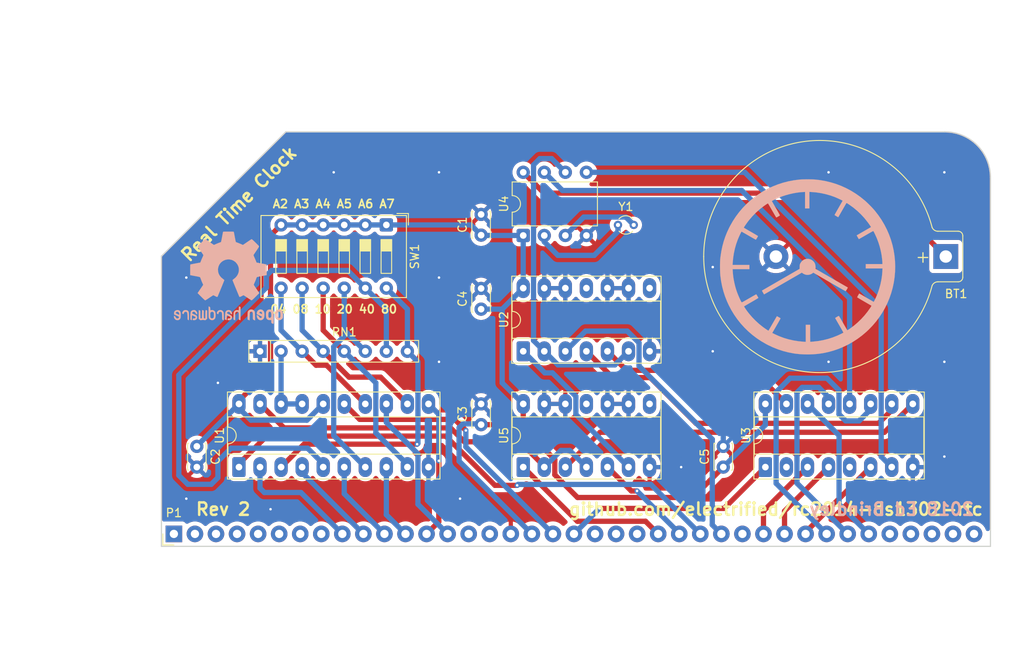
<source format=kicad_pcb>
(kicad_pcb (version 20241229) (generator "pcbnew") (generator_version "9.0")
  (title_block (title "RC2014 DS1302 RTC") (date "2022-10-18") (rev "2"))
  (layers (0 "F.Cu" signal) (2 "B.Cu" signal) (13 "F.Paste" user) (15 "B.Paste" user) (5 "F.SilkS" user "F.Silkscreen") (7 "B.SilkS" user "B.Silkscreen") (1 "F.Mask" user) (3 "B.Mask" user) (25 "Edge.Cuts" user))
  (net 0 "")
  (net 1 "VCC")
  (net 2 "GND")
  (net 3 "/D0")
  (net 4 "/D2")
  (net 5 "/D3")
  (net 6 "/D4")
  (net 7 "/D5")
  (net 8 "/D6")
  (net 9 "/D7")
  (net 10 "/A4")
  (net 11 "/A3")
  (net 12 "/A2")
  (net 13 "/A5")
  (net 14 "/A6")
  (net 15 "/A7")
  (net 16 "/RTC_IO")
  (net 17 "/RTC_WE")
  (net 18 "/RTC_IN")
  (net 19 "/RTC_CLK")
  (net 20 "/RTC_CE")
  (net 21 "/{slash}M1")
  (net 22 "/{slash}RESET")
  (net 23 "/{slash}WR")
  (net 24 "/{slash}RD")
  (net 25 "/{slash}IORQ")
  (net 26 "/{slash}CS_RTC")
  (net 27 "/{slash}RTC_RD")
  (net 30 "/{slash}RTC_WR")
  (net 33 "Net-(BT1-+)")
  (net 53 "Net-(RN1-R4)")
  (net 54 "Net-(RN1-R7)")
  (net 55 "Net-(RN1-R3)")
  (net 56 "Net-(RN1-R5)")
  (net 57 "Net-(RN1-R2)")
  (net 58 "Net-(RN1-R1)")
  (net 59 "Net-(RN1-R6)")
  (net 62 "Net-(U4-X2)")
  (net 63 "Net-(U4-X1)")
  (footprint "rc2014:Pin_Header_Straight_1x39_Pitch2.54mm_NoSilk" (layer "F.Cu") (at 62 163 90)
    (property "Reference" "P1" (at 2.54 0 180) (layer "F.SilkS"))
    (property "Value" "RC2014 BUS")
    (pad "1" thru_hole rect (at 0 0 90) (size 2 2) (drill 1) (layers "*.Cu" "*.Mask"))
    (pad "2" thru_hole oval (at 0 2.54 90) (size 2 2) (drill 1) (layers "*.Cu" "*.Mask"))
    (pad "3" thru_hole oval (at 0 5.08 90) (size 2 2) (drill 1) (layers "*.Cu" "*.Mask"))
    (pad "4" thru_hole oval (at 0 7.62 90) (size 2 2) (drill 1) (layers "*.Cu" "*.Mask"))
    (pad "5" thru_hole oval (at 0 10.16 90) (size 2 2) (drill 1) (layers "*.Cu" "*.Mask"))
    (pad "6" thru_hole oval (at 0 12.7 90) (size 2 2) (drill 1) (layers "*.Cu" "*.Mask"))
    (pad "7" thru_hole oval (at 0 15.24 90) (size 2 2) (drill 1) (layers "*.Cu" "*.Mask"))
    (pad "8" thru_hole oval (at 0 17.78 90) (size 2 2) (drill 1) (layers "*.Cu" "*.Mask"))
    (pad "9" thru_hole oval (at 0 20.32 90) (size 2 2) (drill 1) (layers "*.Cu" "*.Mask") (net 15 "/A7"))
    (pad "10" thru_hole oval (at 0 22.86 90) (size 2 2) (drill 1) (layers "*.Cu" "*.Mask") (net 14 "/A6"))
    (pad "11" thru_hole oval (at 0 25.4 90) (size 2 2) (drill 1) (layers "*.Cu" "*.Mask") (net 13 "/A5"))
    (pad "12" thru_hole oval (at 0 27.94 90) (size 2 2) (drill 1) (layers "*.Cu" "*.Mask") (net 10 "/A4"))
    (pad "13" thru_hole oval (at 0 30.48 90) (size 2 2) (drill 1) (layers "*.Cu" "*.Mask") (net 11 "/A3"))
    (pad "14" thru_hole oval (at 0 33.02 90) (size 2 2) (drill 1) (layers "*.Cu" "*.Mask") (net 12 "/A2"))
    (pad "15" thru_hole oval (at 0 35.56 90) (size 2 2) (drill 1) (layers "*.Cu" "*.Mask"))
    (pad "16" thru_hole oval (at 0 38.1 90) (size 2 2) (drill 1) (layers "*.Cu" "*.Mask"))
    (pad "17" thru_hole oval (at 0 40.64 90) (size 2 2) (drill 1) (layers "*.Cu" "*.Mask") (net 2 "GND"))
    (pad "18" thru_hole oval (at 0 43.18 90) (size 2 2) (drill 1) (layers "*.Cu" "*.Mask") (net 1 "VCC"))
    (pad "19" thru_hole oval (at 0 45.72 90) (size 2 2) (drill 1) (layers "*.Cu" "*.Mask") (net 21 "/{slash}M1"))
    (pad "20" thru_hole oval (at 0 48.26 90) (size 2 2) (drill 1) (layers "*.Cu" "*.Mask") (net 22 "/{slash}RESET"))
    (pad "21" thru_hole oval (at 0 50.8 90) (size 2 2) (drill 1) (layers "*.Cu" "*.Mask"))
    (pad "22" thru_hole oval (at 0 53.34 90) (size 2 2) (drill 1) (layers "*.Cu" "*.Mask"))
    (pad "23" thru_hole oval (at 0 55.88 90) (size 2 2) (drill 1) (layers "*.Cu" "*.Mask"))
    (pad "24" thru_hole oval (at 0 58.42 90) (size 2 2) (drill 1) (layers "*.Cu" "*.Mask") (net 23 "/{slash}WR"))
    (pad "25" thru_hole oval (at 0 60.96 90) (size 2 2) (drill 1) (layers "*.Cu" "*.Mask") (net 24 "/{slash}RD"))
    (pad "26" thru_hole oval (at 0 63.5 90) (size 2 2) (drill 1) (layers "*.Cu" "*.Mask") (net 25 "/{slash}IORQ"))
    (pad "27" thru_hole oval (at 0 66.04 90) (size 2 2) (drill 1) (layers "*.Cu" "*.Mask") (net 3 "/D0"))
    (pad "28" thru_hole oval (at 0 68.58 90) (size 2 2) (drill 1) (layers "*.Cu" "*.Mask"))
    (pad "29" thru_hole oval (at 0 71.12 90) (size 2 2) (drill 1) (layers "*.Cu" "*.Mask") (net 4 "/D2"))
    (pad "30" thru_hole oval (at 0 73.66 90) (size 2 2) (drill 1) (layers "*.Cu" "*.Mask") (net 5 "/D3"))
    (pad "31" thru_hole oval (at 0 76.2 90) (size 2 2) (drill 1) (layers "*.Cu" "*.Mask") (net 6 "/D4"))
    (pad "32" thru_hole oval (at 0 78.74 90) (size 2 2) (drill 1) (layers "*.Cu" "*.Mask") (net 7 "/D5"))
    (pad "33" thru_hole oval (at 0 81.28 90) (size 2 2) (drill 1) (layers "*.Cu" "*.Mask") (net 8 "/D6"))
    (pad "34" thru_hole oval (at 0 83.82 90) (size 2 2) (drill 1) (layers "*.Cu" "*.Mask") (net 9 "/D7"))
    (pad "35" thru_hole oval (at 0 86.36 90) (size 2 2) (drill 1) (layers "*.Cu" "*.Mask"))
    (pad "36" thru_hole oval (at 0 88.9 90) (size 2 2) (drill 1) (layers "*.Cu" "*.Mask"))
    (pad "37" thru_hole oval (at 0 91.44 90) (size 2 2) (drill 1) (layers "*.Cu" "*.Mask"))
    (pad "38" thru_hole oval (at 0 93.98 90) (size 2 2) (drill 1) (layers "*.Cu" "*.Mask"))
    (pad "39" thru_hole oval (at 0 96.52 90) (size 2 2) (drill 1) (layers "*.Cu" "*.Mask"))
  )
  (footprint "Button_Switch_THT:SW_DIP_SPSTx06_Slide_9.78x17.42mm_W7.62mm_P2.54mm" (layer "F.Cu") (at 87.63 125.73 -90)
    (property "Reference" "SW1" (at 3.81 -3.42 270) (layer "F.SilkS"))
    (property "Value" "SW_DIP_x06")
    (pad "1" thru_hole roundrect (at 0 0 270) (size 1.6 1.6) (drill 0.8) (layers "*.Cu" "*.Mask") (roundrect_rratio 0.15625) (net 1 "VCC"))
    (pad "2" thru_hole circle (at 0 2.54 270) (size 1.6 1.6) (drill 0.8) (layers "*.Cu" "*.Mask") (net 1 "VCC"))
    (pad "3" thru_hole circle (at 0 5.08 270) (size 1.6 1.6) (drill 0.8) (layers "*.Cu" "*.Mask") (net 1 "VCC"))
    (pad "4" thru_hole circle (at 0 7.62 270) (size 1.6 1.6) (drill 0.8) (layers "*.Cu" "*.Mask") (net 1 "VCC"))
    (pad "5" thru_hole circle (at 0 10.16 270) (size 1.6 1.6) (drill 0.8) (layers "*.Cu" "*.Mask") (net 1 "VCC"))
    (pad "6" thru_hole circle (at 0 12.7 270) (size 1.6 1.6) (drill 0.8) (layers "*.Cu" "*.Mask") (net 1 "VCC"))
    (pad "7" thru_hole circle (at 7.62 12.7 270) (size 1.6 1.6) (drill 0.8) (layers "*.Cu" "*.Mask") (net 57 "Net-(RN1-R2)"))
    (pad "8" thru_hole circle (at 7.62 10.16 270) (size 1.6 1.6) (drill 0.8) (layers "*.Cu" "*.Mask") (net 55 "Net-(RN1-R3)"))
    (pad "9" thru_hole circle (at 7.62 7.62 270) (size 1.6 1.6) (drill 0.8) (layers "*.Cu" "*.Mask") (net 53 "Net-(RN1-R4)"))
    (pad "10" thru_hole circle (at 7.62 5.08 270) (size 1.6 1.6) (drill 0.8) (layers "*.Cu" "*.Mask") (net 56 "Net-(RN1-R5)"))
    (pad "11" thru_hole circle (at 7.62 2.54 270) (size 1.6 1.6) (drill 0.8) (layers "*.Cu" "*.Mask") (net 59 "Net-(RN1-R6)"))
    (pad "12" thru_hole circle (at 7.62 0 270) (size 1.6 1.6) (drill 0.8) (layers "*.Cu" "*.Mask") (net 54 "Net-(RN1-R7)"))
  )
  (footprint "Capacitor_THT:C_Disc_D3.0mm_W2.0mm_P2.50mm" (layer "F.Cu") (at 99.06 126.96 90)
    (property "Reference" "C1" (at 1.25 -2.25 90) (layer "F.SilkS"))
    (property "Value" "0.1uF")
    (pad "1" thru_hole circle (at 0 0 90) (size 1.6 1.6) (drill 0.8) (layers "*.Cu" "*.Mask") (net 1 "VCC"))
    (pad "2" thru_hole circle (at 2.5 0 90) (size 1.6 1.6) (drill 0.8) (layers "*.Cu" "*.Mask") (net 2 "GND"))
  )
  (footprint "Capacitor_THT:C_Disc_D3.0mm_W2.0mm_P2.50mm" (layer "F.Cu") (at 64.77 152.44 -90)
    (property "Reference" "C2" (at 1.25 -2.25 270) (layer "F.SilkS"))
    (property "Value" "0.1uF")
    (pad "1" thru_hole circle (at 0 0 270) (size 1.6 1.6) (drill 0.8) (layers "*.Cu" "*.Mask") (net 1 "VCC"))
    (pad "2" thru_hole circle (at 2.5 0 270) (size 1.6 1.6) (drill 0.8) (layers "*.Cu" "*.Mask") (net 2 "GND"))
  )
  (footprint "Capacitor_THT:C_Disc_D3.0mm_W2.0mm_P2.50mm" (layer "F.Cu") (at 99.06 149.82 90)
    (property "Reference" "C3" (at 1.25 -2.25 90) (layer "F.SilkS"))
    (property "Value" "0.1uF")
    (pad "1" thru_hole circle (at 0 0 90) (size 1.6 1.6) (drill 0.8) (layers "*.Cu" "*.Mask") (net 1 "VCC"))
    (pad "2" thru_hole circle (at 2.5 0 90) (size 1.6 1.6) (drill 0.8) (layers "*.Cu" "*.Mask") (net 2 "GND"))
  )
  (footprint "Resistor_THT:R_Array_SIP8" (layer "F.Cu") (at 72.39 140.97)
    (property "Reference" "RN1" (at 10.16 -2.31 0) (layer "F.SilkS"))
    (property "Value" "10K")
    (pad "1" thru_hole rect (at 0 0) (size 1.6 1.6) (drill 0.8) (layers "*.Cu" "*.Mask") (net 2 "GND"))
    (pad "2" thru_hole circle (at 2.54 0) (size 1.6 1.6) (drill 0.8) (layers "*.Cu" "*.Mask") (net 58 "Net-(RN1-R1)"))
    (pad "3" thru_hole circle (at 5.08 0) (size 1.6 1.6) (drill 0.8) (layers "*.Cu" "*.Mask") (net 57 "Net-(RN1-R2)"))
    (pad "4" thru_hole circle (at 7.62 0) (size 1.6 1.6) (drill 0.8) (layers "*.Cu" "*.Mask") (net 55 "Net-(RN1-R3)"))
    (pad "5" thru_hole circle (at 10.16 0) (size 1.6 1.6) (drill 0.8) (layers "*.Cu" "*.Mask") (net 53 "Net-(RN1-R4)"))
    (pad "6" thru_hole circle (at 12.7 0) (size 1.6 1.6) (drill 0.8) (layers "*.Cu" "*.Mask") (net 56 "Net-(RN1-R5)"))
    (pad "7" thru_hole circle (at 15.24 0) (size 1.6 1.6) (drill 0.8) (layers "*.Cu" "*.Mask") (net 59 "Net-(RN1-R6)"))
    (pad "8" thru_hole circle (at 17.78 0) (size 1.6 1.6) (drill 0.8) (layers "*.Cu" "*.Mask") (net 54 "Net-(RN1-R7)"))
  )
  (footprint "Package_DIP:DIP-20_W7.62mm_Socket_LongPads" (layer "F.Cu") (at 69.85 154.94 90)
    (property "Reference" "U1" (at 3.81 -2.33 90) (layer "F.SilkS"))
    (property "Value" "74HCT688")
    (pad "1" thru_hole roundrect (at 0 0 90) (size 2.4 1.6) (drill 0.8) (layers "*.Cu" "*.Mask") (roundrect_rratio 0.15625) (net 25 "/{slash}IORQ"))
    (pad "2" thru_hole oval (at 0 2.54 90) (size 2.4 1.6) (drill 0.8) (layers "*.Cu" "*.Mask") (net 15 "/A7"))
    (pad "3" thru_hole oval (at 0 5.08 90) (size 2.4 1.6) (drill 0.8) (layers "*.Cu" "*.Mask") (net 54 "Net-(RN1-R7)"))
    (pad "4" thru_hole oval (at 0 7.62 90) (size 2.4 1.6) (drill 0.8) (layers "*.Cu" "*.Mask") (net 14 "/A6"))
    (pad "5" thru_hole oval (at 0 10.16 90) (size 2.4 1.6) (drill 0.8) (layers "*.Cu" "*.Mask") (net 59 "Net-(RN1-R6)"))
    (pad "6" thru_hole oval (at 0 12.7 90) (size 2.4 1.6) (drill 0.8) (layers "*.Cu" "*.Mask") (net 13 "/A5"))
    (pad "7" thru_hole oval (at 0 15.24 90) (size 2.4 1.6) (drill 0.8) (layers "*.Cu" "*.Mask") (net 56 "Net-(RN1-R5)"))
    (pad "8" thru_hole oval (at 0 17.78 90) (size 2.4 1.6) (drill 0.8) (layers "*.Cu" "*.Mask") (net 10 "/A4"))
    (pad "9" thru_hole oval (at 0 20.32 90) (size 2.4 1.6) (drill 0.8) (layers "*.Cu" "*.Mask") (net 53 "Net-(RN1-R4)"))
    (pad "10" thru_hole oval (at 0 22.86 90) (size 2.4 1.6) (drill 0.8) (layers "*.Cu" "*.Mask") (net 2 "GND"))
    (pad "11" thru_hole oval (at 7.62 22.86 90) (size 2.4 1.6) (drill 0.8) (layers "*.Cu" "*.Mask") (net 11 "/A3"))
    (pad "12" thru_hole oval (at 7.62 20.32 90) (size 2.4 1.6) (drill 0.8) (layers "*.Cu" "*.Mask") (net 55 "Net-(RN1-R3)"))
    (pad "13" thru_hole oval (at 7.62 17.78 90) (size 2.4 1.6) (drill 0.8) (layers "*.Cu" "*.Mask") (net 12 "/A2"))
    (pad "14" thru_hole oval (at 7.62 15.24 90) (size 2.4 1.6) (drill 0.8) (layers "*.Cu" "*.Mask") (net 57 "Net-(RN1-R2)"))
    (pad "15" thru_hole oval (at 7.62 12.7 90) (size 2.4 1.6) (drill 0.8) (layers "*.Cu" "*.Mask") (net 21 "/{slash}M1"))
    (pad "16" thru_hole oval (at 7.62 10.16 90) (size 2.4 1.6) (drill 0.8) (layers "*.Cu" "*.Mask") (net 1 "VCC"))
    (pad "17" thru_hole oval (at 7.62 7.62 90) (size 2.4 1.6) (drill 0.8) (layers "*.Cu" "*.Mask") (net 58 "Net-(RN1-R1)"))
    (pad "18" thru_hole oval (at 7.62 5.08 90) (size 2.4 1.6) (drill 0.8) (layers "*.Cu" "*.Mask") (net 58 "Net-(RN1-R1)"))
    (pad "19" thru_hole oval (at 7.62 2.54 90) (size 2.4 1.6) (drill 0.8) (layers "*.Cu" "*.Mask") (net 26 "/{slash}CS_RTC"))
    (pad "20" thru_hole oval (at 7.62 0 90) (size 2.4 1.6) (drill 0.8) (layers "*.Cu" "*.Mask") (net 1 "VCC"))
  )
  (footprint "Capacitor_THT:C_Disc_D3.0mm_W2.0mm_P2.50mm" (layer "F.Cu") (at 99.06 135.89 90)
    (property "Reference" "C4" (at 1.25 -2.25 90) (layer "F.SilkS"))
    (property "Value" "0.1uF")
    (pad "1" thru_hole circle (at 0 0 90) (size 1.6 1.6) (drill 0.8) (layers "*.Cu" "*.Mask") (net 1 "VCC"))
    (pad "2" thru_hole circle (at 2.5 0 90) (size 1.6 1.6) (drill 0.8) (layers "*.Cu" "*.Mask") (net 2 "GND"))
  )
  (footprint "Capacitor_THT:C_Disc_D3.0mm_W2.0mm_P2.50mm" (layer "F.Cu") (at 128.27 154.94 90)
    (property "Reference" "C5" (at 1.25 -2.25 90) (layer "F.SilkS"))
    (property "Value" "0.1uF")
    (pad "1" thru_hole circle (at 0 0 90) (size 1.6 1.6) (drill 0.8) (layers "*.Cu" "*.Mask") (net 1 "VCC"))
    (pad "2" thru_hole circle (at 2.5 0 90) (size 1.6 1.6) (drill 0.8) (layers "*.Cu" "*.Mask") (net 2 "GND"))
  )
  (footprint "Crystal:Crystal_Round_D2.0mm_Vertical" (layer "F.Cu") (at 115.57 125.73)
    (property "Reference" "Y1" (at 0.95 -2.2 0) (layer "F.SilkS"))
    (property "Value" "Crystal")
    (pad "1" thru_hole circle (at 0 0) (size 1 1) (drill 0.5) (layers "*.Cu" "*.Mask") (net 63 "Net-(U4-X1)"))
    (pad "2" thru_hole circle (at 1.9 0) (size 1 1) (drill 0.5) (layers "*.Cu" "*.Mask") (net 62 "Net-(U4-X2)"))
  )
  (footprint "Package_DIP:DIP-14_W7.62mm_Socket_LongPads" (layer "F.Cu") (at 104.14 140.97 90)
    (property "Reference" "U2" (at 3.81 -2.33 90) (layer "F.SilkS"))
    (property "Value" "74HCT125")
    (pad "1" thru_hole roundrect (at 0 0 90) (size 2.4 1.6) (drill 0.8) (layers "*.Cu" "*.Mask") (roundrect_rratio 0.15625) (net 27 "/{slash}RTC_RD"))
    (pad "2" thru_hole oval (at 0 2.54 90) (size 2.4 1.6) (drill 0.8) (layers "*.Cu" "*.Mask") (net 16 "/RTC_IO"))
    (pad "3" thru_hole oval (at 0 5.08 90) (size 2.4 1.6) (drill 0.8) (layers "*.Cu" "*.Mask") (net 3 "/D0"))
    (pad "4" thru_hole oval (at 0 7.62 90) (size 2.4 1.6) (drill 0.8) (layers "*.Cu" "*.Mask") (net 17 "/RTC_WE"))
    (pad "5" thru_hole oval (at 0 10.16 90) (size 2.4 1.6) (drill 0.8) (layers "*.Cu" "*.Mask") (net 18 "/RTC_IN"))
    (pad "6" thru_hole oval (at 0 12.7 90) (size 2.4 1.6) (drill 0.8) (layers "*.Cu" "*.Mask") (net 16 "/RTC_IO"))
    (pad "7" thru_hole oval (at 0 15.24 90) (size 2.4 1.6) (drill 0.8) (layers "*.Cu" "*.Mask") (net 2 "GND"))
    (pad "8" thru_hole oval (at 7.62 15.24 90) (size 2.4 1.6) (drill 0.8) (layers "*.Cu" "*.Mask"))
    (pad "9" thru_hole oval (at 7.62 12.7 90) (size 2.4 1.6) (drill 0.8) (layers "*.Cu" "*.Mask") (net 2 "GND"))
    (pad "10" thru_hole oval (at 7.62 10.16 90) (size 2.4 1.6) (drill 0.8) (layers "*.Cu" "*.Mask") (net 2 "GND"))
    (pad "11" thru_hole oval (at 7.62 7.62 90) (size 2.4 1.6) (drill 0.8) (layers "*.Cu" "*.Mask"))
    (pad "12" thru_hole oval (at 7.62 5.08 90) (size 2.4 1.6) (drill 0.8) (layers "*.Cu" "*.Mask") (net 2 "GND"))
    (pad "13" thru_hole oval (at 7.62 2.54 90) (size 2.4 1.6) (drill 0.8) (layers "*.Cu" "*.Mask") (net 2 "GND"))
    (pad "14" thru_hole oval (at 7.62 0 90) (size 2.4 1.6) (drill 0.8) (layers "*.Cu" "*.Mask") (net 1 "VCC"))
  )
  (footprint "Package_DIP:DIP-16_W7.62mm_Socket_LongPads" (layer "F.Cu") (at 133.35 154.94 90)
    (property "Reference" "U3" (at 3.81 -2.33 90) (layer "F.SilkS"))
    (property "Value" "74HCT174")
    (pad "1" thru_hole roundrect (at 0 0 90) (size 2.4 1.6) (drill 0.8) (layers "*.Cu" "*.Mask") (roundrect_rratio 0.15625) (net 22 "/{slash}RESET"))
    (pad "2" thru_hole oval (at 0 2.54 90) (size 2.4 1.6) (drill 0.8) (layers "*.Cu" "*.Mask"))
    (pad "3" thru_hole oval (at 0 5.08 90) (size 2.4 1.6) (drill 0.8) (layers "*.Cu" "*.Mask") (net 4 "/D2"))
    (pad "4" thru_hole oval (at 0 7.62 90) (size 2.4 1.6) (drill 0.8) (layers "*.Cu" "*.Mask") (net 5 "/D3"))
    (pad "5" thru_hole oval (at 0 10.16 90) (size 2.4 1.6) (drill 0.8) (layers "*.Cu" "*.Mask"))
    (pad "6" thru_hole oval (at 0 12.7 90) (size 2.4 1.6) (drill 0.8) (layers "*.Cu" "*.Mask") (net 6 "/D4"))
    (pad "7" thru_hole oval (at 0 15.24 90) (size 2.4 1.6) (drill 0.8) (layers "*.Cu" "*.Mask") (net 20 "/RTC_CE"))
    (pad "8" thru_hole oval (at 0 17.78 90) (size 2.4 1.6) (drill 0.8) (layers "*.Cu" "*.Mask") (net 2 "GND"))
    (pad "9" thru_hole oval (at 7.62 17.78 90) (size 2.4 1.6) (drill 0.8) (layers "*.Cu" "*.Mask") (net 30 "/{slash}RTC_WR"))
    (pad "10" thru_hole oval (at 7.62 15.24 90) (size 2.4 1.6) (drill 0.8) (layers "*.Cu" "*.Mask") (net 17 "/RTC_WE"))
    (pad "11" thru_hole oval (at 7.62 12.7 90) (size 2.4 1.6) (drill 0.8) (layers "*.Cu" "*.Mask") (net 7 "/D5"))
    (pad "12" thru_hole oval (at 7.62 10.16 90) (size 2.4 1.6) (drill 0.8) (layers "*.Cu" "*.Mask") (net 19 "/RTC_CLK"))
    (pad "13" thru_hole oval (at 7.62 7.62 90) (size 2.4 1.6) (drill 0.8) (layers "*.Cu" "*.Mask") (net 8 "/D6"))
    (pad "14" thru_hole oval (at 7.62 5.08 90) (size 2.4 1.6) (drill 0.8) (layers "*.Cu" "*.Mask") (net 9 "/D7"))
    (pad "15" thru_hole oval (at 7.62 2.54 90) (size 2.4 1.6) (drill 0.8) (layers "*.Cu" "*.Mask") (net 18 "/RTC_IN"))
    (pad "16" thru_hole oval (at 7.62 0 90) (size 2.4 1.6) (drill 0.8) (layers "*.Cu" "*.Mask") (net 1 "VCC"))
  )
  (footprint "Package_DIP:DIP-8_W7.62mm" (layer "F.Cu") (at 104.14 127 90)
    (property "Reference" "U4" (at 3.81 -2.33 90) (layer "F.SilkS"))
    (property "Value" "DS1302+")
    (pad "1" thru_hole roundrect (at 0 0 90) (size 1.6 1.6) (drill 0.8) (layers "*.Cu" "*.Mask") (roundrect_rratio 0.15625) (net 1 "VCC"))
    (pad "2" thru_hole circle (at 0 2.54 90) (size 1.6 1.6) (drill 0.8) (layers "*.Cu" "*.Mask") (net 63 "Net-(U4-X1)"))
    (pad "3" thru_hole circle (at 0 5.08 90) (size 1.6 1.6) (drill 0.8) (layers "*.Cu" "*.Mask") (net 62 "Net-(U4-X2)"))
    (pad "4" thru_hole circle (at 0 7.62 90) (size 1.6 1.6) (drill 0.8) (layers "*.Cu" "*.Mask") (net 2 "GND"))
    (pad "5" thru_hole circle (at 7.62 7.62 90) (size 1.6 1.6) (drill 0.8) (layers "*.Cu" "*.Mask") (net 20 "/RTC_CE"))
    (pad "6" thru_hole circle (at 7.62 5.08 90) (size 1.6 1.6) (drill 0.8) (layers "*.Cu" "*.Mask") (net 16 "/RTC_IO"))
    (pad "7" thru_hole circle (at 7.62 2.54 90) (size 1.6 1.6) (drill 0.8) (layers "*.Cu" "*.Mask") (net 19 "/RTC_CLK"))
    (pad "8" thru_hole circle (at 7.62 0 90) (size 1.6 1.6) (drill 0.8) (layers "*.Cu" "*.Mask") (net 33 "Net-(BT1-+)"))
  )
  (footprint "Package_DIP:DIP-14_W7.62mm_Socket_LongPads" (layer "F.Cu") (at 104.14 154.94 90)
    (property "Reference" "U5" (at 3.81 -2.33 90) (layer "F.SilkS"))
    (property "Value" "74HCT32")
    (pad "1" thru_hole roundrect (at 0 0 90) (size 2.4 1.6) (drill 0.8) (layers "*.Cu" "*.Mask") (roundrect_rratio 0.15625) (net 23 "/{slash}WR"))
    (pad "2" thru_hole oval (at 0 2.54 90) (size 2.4 1.6) (drill 0.8) (layers "*.Cu" "*.Mask") (net 26 "/{slash}CS_RTC"))
    (pad "3" thru_hole oval (at 0 5.08 90) (size 2.4 1.6) (drill 0.8) (layers "*.Cu" "*.Mask") (net 30 "/{slash}RTC_WR"))
    (pad "4" thru_hole oval (at 0 7.62 90) (size 2.4 1.6) (drill 0.8) (layers "*.Cu" "*.Mask") (net 26 "/{slash}CS_RTC"))
    (pad "5" thru_hole oval (at 0 10.16 90) (size 2.4 1.6) (drill 0.8) (layers "*.Cu" "*.Mask") (net 24 "/{slash}RD"))
    (pad "6" thru_hole oval (at 0 12.7 90) (size 2.4 1.6) (drill 0.8) (layers "*.Cu" "*.Mask") (net 27 "/{slash}RTC_RD"))
    (pad "7" thru_hole oval (at 0 15.24 90) (size 2.4 1.6) (drill 0.8) (layers "*.Cu" "*.Mask") (net 2 "GND"))
    (pad "8" thru_hole oval (at 7.62 15.24 90) (size 2.4 1.6) (drill 0.8) (layers "*.Cu" "*.Mask"))
    (pad "9" thru_hole oval (at 7.62 12.7 90) (size 2.4 1.6) (drill 0.8) (layers "*.Cu" "*.Mask") (net 2 "GND"))
    (pad "10" thru_hole oval (at 7.62 10.16 90) (size 2.4 1.6) (drill 0.8) (layers "*.Cu" "*.Mask") (net 2 "GND"))
    (pad "11" thru_hole oval (at 7.62 7.62 90) (size 2.4 1.6) (drill 0.8) (layers "*.Cu" "*.Mask"))
    (pad "12" thru_hole oval (at 7.62 5.08 90) (size 2.4 1.6) (drill 0.8) (layers "*.Cu" "*.Mask") (net 2 "GND"))
    (pad "13" thru_hole oval (at 7.62 2.54 90) (size 2.4 1.6) (drill 0.8) (layers "*.Cu" "*.Mask") (net 2 "GND"))
    (pad "14" thru_hole oval (at 7.62 0 90) (size 2.4 1.6) (drill 0.8) (layers "*.Cu" "*.Mask") (net 1 "VCC"))
  )
  (footprint "Battery:BatteryHolder_Keystone_106_1x20mm" (layer "F.Cu") (at 155.11 129.54 180)
    (property "Reference" "BT1" (at -1.25 -4.5 180) (layer "F.SilkS"))
    (property "Value" "Battery_Cell")
    (fp_text user "+" (at 2.75 0 180) (layer "F.SilkS") (effects (font (size 1.5 1.5))))
    (pad "1" thru_hole rect (at 0 0 180) (size 3 3) (drill 1.5) (layers "*.Cu" "*.Mask") (net 33 "Net-(BT1-+)"))
    (pad "2" thru_hole circle (at 20.49 0 180) (size 3 3) (drill 1.5) (layers "*.Cu" "*.Mask") (net 2 "GND"))
  )
  (footprint "rc2014:Via-0.6mm" (layer "F.Cu") (at 73.66 160.02)
    (property "Reference" "REF**" (hide yes))
    (property "Value" "Via-0.6" (hide yes))
    (pad "1" thru_hole circle (at 0 0) (size 0.6 0.6) (drill 0.3) (layers "*.Cu") (net 2 "GND"))
  )
  (footprint "rc2014:Via-0.6mm" (layer "F.Cu") (at 63.5 158.75)
    (property "Reference" "REF**" (hide yes))
    (property "Value" "Via-0.6" (hide yes))
    (pad "1" thru_hole circle (at 0 0) (size 0.6 0.6) (drill 0.3) (layers "*.Cu") (net 2 "GND"))
  )
  (footprint "rc2014:Via-0.6mm" (layer "F.Cu") (at 93.98 119.38)
    (property "Reference" "REF**" (hide yes))
    (property "Value" "Via-0.6" (hide yes))
    (pad "1" thru_hole circle (at 0 0) (size 0.6 0.6) (drill 0.3) (layers "*.Cu") (net 2 "GND"))
  )
  (footprint "rc2014:Via-0.6mm" (layer "F.Cu") (at 154.94 153.67)
    (property "Reference" "REF**" (hide yes))
    (property "Value" "Via-0.6" (hide yes))
    (pad "1" thru_hole circle (at 0 0) (size 0.6 0.6) (drill 0.3) (layers "*.Cu") (net 2 "GND"))
  )
  (footprint "rc2014:Via-0.6mm" (layer "F.Cu") (at 154.94 142.24)
    (property "Reference" "REF**" (hide yes))
    (property "Value" "Via-0.6" (hide yes))
    (pad "1" thru_hole circle (at 0 0) (size 0.6 0.6) (drill 0.3) (layers "*.Cu") (net 2 "GND"))
  )
  (footprint "rc2014:Via-0.6mm" (layer "F.Cu") (at 154.94 119.38)
    (property "Reference" "REF**" (hide yes))
    (property "Value" "Via-0.6" (hide yes))
    (pad "1" thru_hole circle (at 0 0) (size 0.6 0.6) (drill 0.3) (layers "*.Cu") (net 2 "GND"))
  )
  (footprint "rc2014:Via-0.6mm" (layer "F.Cu") (at 123.19 154.94)
    (property "Reference" "REF**" (hide yes))
    (property "Value" "Via-0.6" (hide yes))
    (pad "1" thru_hole circle (at 0 0) (size 0.6 0.6) (drill 0.3) (layers "*.Cu") (net 2 "GND"))
  )
  (footprint "rc2014:Via-0.6mm" (layer "F.Cu") (at 81.28 119.38)
    (property "Reference" "REF**" (hide yes))
    (property "Value" "Via-0.6" (hide yes))
    (pad "1" thru_hole circle (at 0 0) (size 0.6 0.6) (drill 0.3) (layers "*.Cu") (net 2 "GND"))
  )
  (footprint "rc2014:Via-0.6mm" (layer "F.Cu") (at 93.98 132.08)
    (property "Reference" "REF**" (hide yes))
    (property "Value" "Via-0.6" (hide yes))
    (pad "1" thru_hole circle (at 0 0) (size 0.6 0.6) (drill 0.3) (layers "*.Cu") (net 2 "GND"))
  )
  (footprint "rc2014:Via-0.6mm" (layer "F.Cu") (at 93.98 142.24)
    (property "Reference" "REF**" (hide yes))
    (property "Value" "Via-0.6" (hide yes))
    (pad "1" thru_hole circle (at 0 0) (size 0.6 0.6) (drill 0.3) (layers "*.Cu") (net 2 "GND"))
  )
  (footprint "rc2014:Via-0.6mm" (layer "F.Cu") (at 63.5 132.08)
    (property "Reference" "REF**" (hide yes))
    (property "Value" "Via-0.6" (hide yes))
    (pad "1" thru_hole circle (at 0 0) (size 0.6 0.6) (drill 0.3) (layers "*.Cu") (net 2 "GND"))
  )
  (footprint "rc2014:Via-0.6mm" (layer "F.Cu") (at 140.97 119.38)
    (property "Reference" "REF**" (hide yes))
    (property "Value" "Via-0.6" (hide yes))
    (pad "1" thru_hole circle (at 0 0) (size 0.6 0.6) (drill 0.3) (layers "*.Cu") (net 2 "GND"))
  )
  (footprint "rc2014:Via-0.6mm" (layer "F.Cu") (at 140.97 142.24)
    (property "Reference" "REF**" (hide yes))
    (property "Value" "Via-0.6" (hide yes))
    (pad "1" thru_hole circle (at 0 0) (size 0.6 0.6) (drill 0.3) (layers "*.Cu") (net 2 "GND"))
  )
  (footprint "rc2014:Via-0.6mm" (layer "F.Cu") (at 127 140.97)
    (property "Reference" "REF**" (hide yes))
    (property "Value" "Via-0.6" (hide yes))
    (pad "1" thru_hole circle (at 0 0) (size 0.6 0.6) (drill 0.3) (layers "*.Cu") (net 2 "GND"))
  )
  (footprint "rc2014:Via-0.6mm" (layer "F.Cu") (at 127 130.81)
    (property "Reference" "REF**" (hide yes))
    (property "Value" "Via-0.6" (hide yes))
    (pad "1" thru_hole circle (at 0 0) (size 0.6 0.6) (drill 0.3) (layers "*.Cu") (net 2 "GND"))
  )
  (footprint "rc2014:Via-0.6mm" (layer "F.Cu") (at 67.31 144.78)
    (property "Reference" "REF**" (hide yes))
    (property "Value" "Via-0.6" (hide yes))
    (pad "1" thru_hole circle (at 0 0) (size 0.6 0.6) (drill 0.3) (layers "*.Cu") (net 2 "GND"))
  )
  (footprint "rc2014:Via-0.6mm" (layer "F.Cu") (at 96.52 158.75)
    (property "Reference" "REF**" (hide yes))
    (property "Value" "Via-0.6" (hide yes))
    (pad "1" thru_hole circle (at 0 0) (size 0.6 0.6) (drill 0.3) (layers "*.Cu") (net 2 "GND"))
  )
  (footprint "Symbols:OSHW-Logo2_14.6x12mm_SilkScreen" (layer "B.Cu") (at 68.58 132.08 180)
    (property "Reference" "REF***" (hide yes))
    (property "Value" "OSHW-Logo2_14.6x12mm_SilkScreen" (hide yes))
  )
  (footprint "rc2014:clock" (layer "B.Cu") (at 138.43 130.81)
    (property "Reference" "G***" (hide yes))
    (property "Value" "LOGO" (hide yes))
  )
  (gr_arc (start 155 114.5) (mid 158.889087 116.110913) (end 160.5 120) (stroke (width 0.15)) (layer "Edge.Cuts"))
  (gr_line (start 160.5 164.5) (end 160.5 120) (stroke (width 0.15)) (layer "Edge.Cuts"))
  (gr_line (start 60.5 129.5) (end 60.5 164.5) (stroke (width 0.15)) (layer "Edge.Cuts"))
  (gr_line (start 60.5 129.5) (end 75.5 114.5) (stroke (width 0.15)) (layer "Edge.Cuts"))
  (gr_line (start 155 114.5) (end 75.5 114.5) (stroke (width 0.15)) (layer "Edge.Cuts"))
  (gr_line (start 60.5 164.5) (end 160.5 164.5) (stroke (width 0.15)) (layer "Edge.Cuts"))
  (gr_text "04 08 10 20 40 80" (at 81.28 135.89 0) (layer "F.SilkS") (effects (font (size 1 1) (thickness 0.2))))
  (gr_text "Rev 2" (at 67.945 160.02 0) (layer "F.SilkS") (effects (font (size 1.5 1.5) (thickness 0.3))))
  (gr_text "A2 A3 A4 A5 A6 A7" (at 81.28 123.19 0) (layer "F.SilkS") (effects (font (size 1 1) (thickness 0.2))))
  (gr_text "github.com/electrified/rc2014-ds1302-rtc" (at 134.62 160.02 0) (layer "F.SilkS") (effects (font (size 1.5 1.5) (thickness 0.3))))
  (gr_text "Real Time Clock" (at 69.85 123.19 45) (layer "F.SilkS") (effects (font (size 1.5 1.5) (thickness 0.3))))
  (gr_text "2018 Ed Brindley" (at 148.59 160.02 0) (layer "B.SilkS") (effects (font (size 1.5 1.5) (thickness 0.3)) (justify mirror)))
  (segment (start 107.95 154.0348) (end 107.95 155.8677) (width 0.635) (layer "F.Cu") (net 1))
  (segment (start 74.93 125.73) (end 73.66 127) (width 0.635) (layer "F.Cu") (net 1))
  (segment (start 110.688 158.6057) (end 124.6043 158.6057) (width 0.635) (layer "F.Cu") (net 1))
  (segment (start 73.66 143.11) (end 69.85 146.92) (width 0.635) (layer "F.Cu") (net 1))
  (segment (start 107.95 155.8677) (end 110.688 158.6057) (width 0.635) (layer "F.Cu") (net 1))
  (segment (start 104.14 147.32) (end 104.14 149.4152) (width 0.635) (layer "F.Cu") (net 1))
  (segment (start 124.6043 158.6057) (end 128.27 154.94) (width 0.635) (layer "F.Cu") (net 1))
  (segment (start 99.06 149.82) (end 103.7352 149.82) (width 0.635) (layer "F.Cu") (net 1))
  (segment (start 103.7352 149.82) (end 107.95 154.0348) (width 0.635) (layer "F.Cu") (net 1))
  (segment (start 73.66 127) (end 73.66 143.11) (width 0.635) (layer "F.Cu") (net 1))
  (segment (start 104.14 149.4152) (end 103.7352 149.82) (width 0.635) (layer "F.Cu") (net 1))
  (segment (start 80.01 147.32) (end 78.04916 149.28084) (width 0.635) (layer "B.Cu") (net 1))
  (segment (start 96.4008 154.2208) (end 105.18 163) (width 0.635) (layer "B.Cu") (net 1))
  (segment (start 104.14 127) (end 104.14 133.35) (width 0.635) (layer "B.Cu") (net 1))
  (segment (start 82.55 125.73) (end 85.09 125.73) (width 0.635) (layer "B.Cu") (net 1))
  (segment (start 69.85 147.32) (end 64.77 152.4) (width 0.635) (layer "B.Cu") (net 1))
  (segment (start 101.6 144.78) (end 101.6 135.89) (width 0.635) (layer "B.Cu") (net 1))
  (segment (start 74.93 125.73) (end 77.47 125.73) (width 0.635) (layer "B.Cu") (net 1))
  (segment (start 80.01 125.73) (end 82.55 125.73) (width 0.635) (layer "B.Cu") (net 1))
  (segment (start 101.6 135.89) (end 104.14 133.35) (width 0.635) (layer "B.Cu") (net 1))
  (segment (start 71.30097 149.28084) (end 69.85 147.82987) (width 0.635) (layer "B.Cu") (net 1))
  (segment (start 98.963 149.723) (end 96.871 149.723) (width 0.635) (layer "B.Cu") (net 1))
  (segment (start 104.14 147.32) (end 101.6 144.78) (width 0.635) (layer "B.Cu") (net 1))
  (segment (start 99.06 135.89) (end 101.6 135.89) (width 0.635) (layer "B.Cu") (net 1))
  (segment (start 77.47 125.73) (end 80.01 125.73) (width 0.635) (layer "B.Cu") (net 1))
  (segment (start 104.14 127) (end 99.1 127) (width 0.635) (layer "B.Cu") (net 1))
  (segment (start 99.06 126.96) (end 97.83 125.73) (width 0.635) (layer "B.Cu") (net 1))
  (segment (start 87.63 125.73) (end 85.09 125.73) (width 0.635) (layer "B.Cu") (net 1))
  (segment (start 78.04916 149.28084) (end 71.30097 149.28084) (width 0.635) (layer "B.Cu") (net 1))
  (segment (start 133.35 149.86) (end 133.35 147.32) (width 0.635) (layer "B.Cu") (net 1))
  (segment (start 97.83 125.73) (end 87.63 125.73) (width 0.635) (layer "B.Cu") (net 1))
  (segment (start 96.871 149.723) (end 96.4008 150.1932) (width 0.635) (layer "B.Cu") (net 1))
  (segment (start 128.27 154.94) (end 133.35 149.86) (width 0.635) (layer "B.Cu") (net 1))
  (segment (start 96.4008 150.1932) (end 96.4008 154.2208) (width 0.635) (layer "B.Cu") (net 1))
  (segment (start 128.27 135.89) (end 128.27 140.97) (width 0.635) (layer "B.Cu") (net 2))
  (segment (start 134.62 129.54) (end 128.27 135.89) (width 0.635) (layer "B.Cu") (net 2))
  (segment (start 128.27 140.97) (end 128.27 152.44) (width 0.635) (layer "B.Cu") (net 2))
  (segment (start 126.9449 161.9049) (end 128.04 163) (width 0.635) (layer "B.Cu") (net 3))
  (segment (start 109.22 140.97) (end 111.659449 138.530551) (width 0.635) (layer "B.Cu") (net 3))
  (segment (start 118.11 142.752) (end 126.9449 151.5869) (width 0.635) (layer "B.Cu") (net 3))
  (segment (start 126.9449 151.5869) (end 126.9449 161.9049) (width 0.635) (layer "B.Cu") (net 3))
  (segment (start 118.11 139.951043) (end 118.11 142.752) (width 0.635) (layer "B.Cu") (net 3))
  (segment (start 111.659449 138.530551) (end 116.689508 138.530551) (width 0.635) (layer "B.Cu") (net 3))
  (segment (start 116.689508 138.530551) (end 118.11 139.951043) (width 0.635) (layer "B.Cu") (net 3))
  (segment (start 133.12 160.25) (end 133.12 163) (width 0.635) (layer "F.Cu") (net 4))
  (segment (start 138.43 154.94) (end 133.12 160.25) (width 0.635) (layer "F.Cu") (net 4))
  (segment (start 140.97 154.94) (end 135.66 160.25) (width 0.635) (layer "F.Cu") (net 5))
  (segment (start 135.66 160.25) (end 135.66 163) (width 0.635) (layer "F.Cu") (net 5))
  (segment (start 146.05 154.94) (end 138.2 162.79) (width 0.635) (layer "F.Cu") (net 6))
  (segment (start 136.323645 144.218485) (end 134.6451 145.89703) (width 0.635) (layer "B.Cu") (net 7))
  (segment (start 134.6451 156.9051) (end 140.74 163) (width 0.635) (layer "B.Cu") (net 7))
  (segment (start 143.032973 149.366387) (end 142.2274 148.560814) (width 0.635) (layer "B.Cu") (net 7))
  (segment (start 146.05 147.32) (end 146.05 147.976525) (width 0.635) (layer "B.Cu") (net 7))
  (segment (start 144.660138 149.366387) (end 143.032973 149.366387) (width 0.635) (layer "B.Cu") (net 7))
  (segment (start 142.2274 145.671043) (end 140.774842 144.218485) (width 0.635) (layer "B.Cu") (net 7))
  (segment (start 140.774842 144.218485) (end 136.323645 144.218485) (width 0.635) (layer "B.Cu") (net 7))
  (segment (start 134.6451 145.89703) (end 134.6451 156.9051) (width 0.635) (layer "B.Cu") (net 7))
  (segment (start 146.05 147.976525) (end 144.660138 149.366387) (width 0.635) (layer "B.Cu") (net 7))
  (segment (start 142.2274 148.560814) (end 142.2274 145.671043) (width 0.635) (layer "B.Cu") (net 7))
  (segment (start 137.783769 145.327508) (end 137.16 145.951277) (width 0.635) (layer "B.Cu") (net 8))
  (segment (start 137.16 145.951277) (end 137.16 156.88) (width 0.635) (layer "B.Cu") (net 8))
  (segment (start 137.16 156.88) (end 143.28 163) (width 0.635) (layer "B.Cu") (net 8))
  (segment (start 140.97 147.32) (end 140.97 146.507683) (width 0.635) (layer "B.Cu") (net 8))
  (segment (start 140.97 146.507683) (end 139.789825 145.327508) (width 0.635) (layer "B.Cu") (net 8))
  (segment (start 139.789825 145.327508) (end 137.783769 145.327508) (width 0.635) (layer "B.Cu") (net 8))
  (segment (start 142.24 159.42) (end 145.82 163) (width 0.635) (layer "B.Cu") (net 9))
  (segment (start 138.43 147.32) (end 142.24 151.13) (width 0.635) (layer "B.Cu") (net 9))
  (segment (start 142.24 151.13) (end 142.24 159.42) (width 0.635) (layer "B.Cu") (net 9))
  (segment (start 87.63 154.94) (end 87.63 160.69) (width 0.635) (layer "B.Cu") (net 10))
  (segment (start 87.63 160.69) (end 89.94 163) (width 0.635) (layer "B.Cu") (net 10))
  (segment (start 92.48 163) (end 93.9563 161.5237) (width 0.635) (layer "F.Cu") (net 11))
  (segment (start 93.9563 161.5237) (end 93.9563 154.1777) (width 0.635) (layer "F.Cu") (net 11))
  (via (at 93.9563 154.1777) (size 0.6) (drill 0.3) (layers "F.Cu" "B.Cu") (net 11))
  (segment (start 93.9563 148.5663) (end 93.9563 154.1777) (width 0.635) (layer "B.Cu") (net 11))
  (segment (start 92.71 147.32) (end 93.9563 148.5663) (width 0.635) (layer "B.Cu") (net 11))
  (segment (start 91.44 153.3514) (end 91.44 159.42) (width 0.635) (layer "B.Cu") (net 12))
  (segment (start 87.63 147.32) (end 87.63 149.5414) (width 0.635) (layer "B.Cu") (net 12))
  (segment (start 91.44 159.42) (end 95.02 163) (width 0.635) (layer "B.Cu") (net 12))
  (segment (start 87.63 149.5414) (end 91.44 153.3514) (width 0.635) (layer "B.Cu") (net 12))
  (segment (start 82.55 154.94) (end 82.55 158.15) (width 0.635) (layer "B.Cu") (net 13))
  (segment (start 82.55 158.15) (end 87.4 163) (width 0.635) (layer "B.Cu") (net 13))
  (segment (start 77.47 155.61) (end 84.86 163) (width 0.635) (layer "B.Cu") (net 14))
  (segment (start 82.32 163) (end 77.325499 158.005499) (width 0.635) (layer "B.Cu") (net 15))
  (segment (start 72.915499 158.005499) (end 72.39 157.48) (width 0.635) (layer "B.Cu") (net 15))
  (segment (start 77.325499 158.005499) (end 72.915499 158.005499) (width 0.635) (layer "B.Cu") (net 15))
  (segment (start 72.39 157.48) (end 72.39 154.94) (width 0.635) (layer "B.Cu") (net 15))
  (segment (start 107.5668 117.7268) (end 106.1488 117.7268) (width 0.635) (layer "B.Cu") (net 16))
  (segment (start 109.22 119.38) (end 107.5668 117.7268) (width 0.635) (layer "B.Cu") (net 16))
  (segment (start 108.3265 142.6165) (end 106.68 140.97) (width 0.635) (layer "B.Cu") (net 16))
  (segment (start 115.1935 142.6165) (end 108.3265 142.6165) (width 0.635) (layer "B.Cu") (net 16))
  (segment (start 106.1488 117.7268) (end 105.3849 118.4907) (width 0.635) (layer "B.Cu") (net 16))
  (segment (start 116.84 140.97) (end 115.1935 142.6165) (width 0.635) (layer "B.Cu") (net 16))
  (segment (start 105.3849 139.6749) (end 106.68 140.97) (width 0.635) (layer "B.Cu") (net 16))
  (segment (start 105.3849 118.4907) (end 105.3849 139.6749) (width 0.635) (layer "B.Cu") (net 16))
  (segment (start 114.935 144.145) (end 111.76 140.97) (width 0.635) (layer "F.Cu") (net 17))
  (segment (start 124.976236 149.659214) (end 119.462022 144.145) (width 0.635) (layer "F.Cu") (net 17))
  (segment (start 147.000024 149.659214) (end 124.976236 149.659214) (width 0.635) (layer "F.Cu") (net 17))
  (segment (start 119.462022 144.145) (end 114.935 144.145) (width 0.635) (layer "F.Cu") (net 17))
  (segment (start 148.59 147.32) (end 148.59 148.069238) (width 0.635) (layer "F.Cu") (net 17))
  (segment (start 148.59 148.069238) (end 147.000024 149.659214) (width 0.635) (layer "F.Cu") (net 17))
  (segment (start 116.5983 143.2683) (end 114.3 140.97) (width 0.635) (layer "F.Cu") (net 18))
  (segment (start 131.8383 143.2683) (end 116.5983 143.2683) (width 0.635) (layer "F.Cu") (net 18))
  (segment (start 135.89 147.32) (end 131.8383 143.2683) (width 0.635) (layer "F.Cu") (net 18))
  (segment (start 106.68 119.38) (end 108.874143 121.574143) (width 0.635) (layer "B.Cu") (net 19))
  (segment (start 130.498254 121.574143) (end 143.51 134.585889) (width 0.635) (layer "B.Cu") (net 19))
  (segment (start 108.874143 121.574143) (end 130.498254 121.574143) (width 0.635) (layer "B.Cu") (net 19))
  (segment (start 143.51 134.585889) (end 143.51 147.32) (width 0.635) (layer "B.Cu") (net 19))
  (segment (start 111.76 119.38) (end 130.853382 119.38) (width 0.635) (layer "B.Cu") (net 20))
  (segment (start 147.32 135.846618) (end 147.32 153.67) (width 0.635) (layer "B.Cu") (net 20))
  (segment (start 130.853382 119.38) (end 147.32 135.846618) (width 0.635) (layer "B.Cu") (net 20))
  (segment (start 147.32 153.67) (end 148.59 154.94) (width 0.635) (layer "B.Cu") (net 20))
  (segment (start 84.410278 149.180278) (end 95.877478 149.180278) (width 0.635) (layer "F.Cu") (net 21))
  (segment (start 95.877478 149.180278) (end 97.2211 150.5239) (width 0.635) (layer "F.Cu") (net 21))
  (segment (start 82.55 147.32) (end 84.410278 149.180278) (width 0.635) (layer "F.Cu") (net 21))
  (via (at 97.2211 150.5239) (size 0.6) (drill 0.3) (layers "F.Cu" "B.Cu") (net 21))
  (segment (start 97.2211 152.5011) (end 107.72 163) (width 0.635) (layer "B.Cu") (net 21))
  (segment (start 97.2211 150.5239) (end 97.2211 152.5011) (width 0.635) (layer "B.Cu") (net 21))
  (segment (start 133.35 154.94) (end 128.3655 159.9245) (width 0.635) (layer "F.Cu") (net 22))
  (segment (start 128.3655 159.9245) (end 113.3355 159.9245) (width 0.635) (layer "F.Cu") (net 22))
  (via (at 113.3355 159.9245) (size 0.6) (drill 0.3) (layers "F.Cu" "B.Cu") (net 22))
  (segment (start 110.26 163) (end 113.3355 159.9245) (width 0.635) (layer "B.Cu") (net 22))
  (segment (start 110.6726 161.4726) (end 118.8926 161.4726) (width 0.635) (layer "F.Cu") (net 23))
  (segment (start 104.14 154.94) (end 110.6726 161.4726) (width 0.635) (layer "F.Cu") (net 23))
  (segment (start 118.8926 161.4726) (end 120.42 163) (width 0.635) (layer "F.Cu") (net 23))
  (segment (start 117.1788 157.8188) (end 117.8685 157.8188) (width 0.635) (layer "F.Cu") (net 24))
  (segment (start 114.3 154.94) (end 117.1788 157.8188) (width 0.635) (layer "F.Cu") (net 24))
  (via (at 117.8685 157.8188) (size 0.6) (drill 0.3) (layers "F.Cu" "B.Cu") (net 24))
  (segment (start 117.8685 157.8188) (end 122.96 162.9103) (width 0.635) (layer "B.Cu") (net 24))
  (segment (start 94.783298 151.198598) (end 73.191402 151.198598) (width 0.635) (layer "F.Cu") (net 25))
  (segment (start 73.191402 151.198598) (end 69.85 154.54) (width 0.635) (layer "F.Cu") (net 25))
  (segment (start 100.7262 157.1415) (end 94.783298 151.198598) (width 0.635) (layer "F.Cu") (net 25))
  (segment (start 103.4084 157.1415) (end 100.7262 157.1415) (width 0.635) (layer "F.Cu") (net 25))
  (via (at 103.4084 157.1415) (size 0.6) (drill 0.3) (layers "F.Cu" "B.Cu") (net 25))
  (segment (start 119.532 157.032) (end 125.5 163) (width 0.635) (layer "B.Cu") (net 25))
  (segment (start 103.4084 157.1415) (end 103.5179 157.032) (width 0.635) (layer "B.Cu") (net 25))
  (segment (start 103.5179 157.032) (end 119.532 157.032) (width 0.635) (layer "B.Cu") (net 25))
  (segment (start 72.39 147.32) (end 75.28091 150.21091) (width 0.635) (layer "F.Cu") (net 26))
  (segment (start 97.04594 151.885686) (end 103.728586 151.885686) (width 0.635) (layer "F.Cu") (net 26))
  (segment (start 95.371164 150.21091) (end 97.04594 151.885686) (width 0.635) (layer "F.Cu") (net 26))
  (segment (start 75.28091 150.21091) (end 95.371164 150.21091) (width 0.635) (layer "F.Cu") (net 26))
  (segment (start 103.728586 151.885686) (end 106.68 154.8371) (width 0.635) (layer "F.Cu") (net 26))
  (segment (start 108.685128 152.934872) (end 106.68 154.94) (width 0.635) (layer "B.Cu") (net 26))
  (segment (start 111.76 154.94) (end 109.754872 152.934872) (width 0.635) (layer "B.Cu") (net 26))
  (segment (start 109.754872 152.934872) (end 108.685128 152.934872) (width 0.635) (layer "B.Cu") (net 26))
  (segment (start 106.74225 143.57225) (end 104.14 140.97) (width 0.635) (layer "B.Cu") (net 27))
  (segment (start 110.49 146.3994) (end 107.66285 143.57225) (width 0.635) (layer "B.Cu") (net 27))
  (segment (start 116.84 154.94) (end 110.49 148.59) (width 0.635) (layer "B.Cu") (net 27))
  (segment (start 110.49 148.59) (end 110.49 146.3994) (width 0.635) (layer "B.Cu") (net 27))
  (segment (start 107.66285 143.57225) (end 106.74225 143.57225) (width 0.635) (layer "B.Cu") (net 27))
  (segment (start 151.13 147.32) (end 147.710728 150.739272) (width 0.635) (layer "F.Cu") (net 30))
  (segment (start 113.420728 150.739272) (end 109.22 154.94) (width 0.635) (layer "F.Cu") (net 30))
  (segment (start 147.710728 150.739272) (end 113.420728 150.739272) (width 0.635) (layer "F.Cu") (net 30))
  (segment (start 106.6549 121.8949) (end 104.14 119.38) (width 0.635) (layer "F.Cu") (net 33))
  (segment (start 155.11 129.54) (end 147.4649 121.8949) (width 0.635) (layer "F.Cu") (net 33))
  (segment (start 147.4649 121.8949) (end 106.6549 121.8949) (width 0.635) (layer "F.Cu") (net 33))
  (segment (start 82.55 140.97) (end 80.01 138.43) (width 0.635) (layer "F.Cu") (net 53))
  (segment (start 80.01 138.43) (end 80.01 133.35) (width 0.635) (layer "F.Cu") (net 53))
  (segment (start 86.36 144.78) (end 82.55 140.97) (width 0.635) (layer "B.Cu") (net 53))
  (segment (start 90.17 154.628972) (end 86.36 150.818972) (width 0.635) (layer "B.Cu") (net 53))
  (segment (start 90.17 154.94) (end 90.17 154.628972) (width 0.635) (layer "B.Cu") (net 53))
  (segment (start 86.36 150.818972) (end 86.36 144.78) (width 0.635) (layer "B.Cu") (net 53))
  (segment (start 77.6953 152.1747) (end 91.3412 152.1747) (width 0.635) (layer "F.Cu") (net 54))
  (segment (start 74.93 154.94) (end 77.6953 152.1747) (width 0.635) (layer "F.Cu") (net 54))
  (via (at 91.3412 152.1747) (size 0.6) (drill 0.3) (layers "F.Cu" "B.Cu") (net 54))
  (segment (start 91.44 152.0759) (end 91.44 142.24) (width 0.635) (layer "B.Cu") (net 54))
  (segment (start 91.44 142.24) (end 90.17 140.97) (width 0.635) (layer "B.Cu") (net 54))
  (segment (start 90.17 140.97) (end 90.17 135.89) (width 0.635) (layer "B.Cu") (net 54))
  (segment (start 91.3412 152.1747) (end 91.44 152.0759) (width 0.635) (layer "B.Cu") (net 54))
  (segment (start 90.17 135.89) (end 87.63 133.35) (width 0.635) (layer "B.Cu") (net 54))
  (segment (start 86.9394 144.0894) (end 83.1294 144.0894) (width 0.635) (layer "F.Cu") (net 55))
  (segment (start 90.17 147.32) (end 86.9394 144.0894) (width 0.635) (layer "F.Cu") (net 55))
  (segment (start 83.1294 144.0894) (end 80.01 140.97) (width 0.635) (layer "F.Cu") (net 55))
  (segment (start 80.01 140.97) (end 77.47 138.43) (width 0.635) (layer "B.Cu") (net 55))
  (segment (start 77.47 138.43) (end 77.47 133.35) (width 0.635) (layer "B.Cu") (net 55))
  (segment (start 85.09 154.94) (end 81.28 151.13) (width 0.635) (layer "B.Cu") (net 56))
  (segment (start 85.09 140.97) (end 82.9072 138.7872) (width 0.635) (layer "B.Cu") (net 56))
  (segment (start 81.28 140.4144) (end 82.9072 138.7872) (width 0.635) (layer "B.Cu") (net 56))
  (segment (start 82.9072 138.7872) (end 82.55 138.43) (width 0.635) (layer "B.Cu") (net 56))
  (segment (start 81.28 151.13) (end 81.28 140.4144) (width 0.635) (layer "B.Cu") (net 56))
  (segment (start 82.55 138.43) (end 82.55 133.35) (width 0.635) (layer "B.Cu") (net 56))
  (segment (start 85.09 147.32) (end 80.4199 142.6499) (width 0.635) (layer "F.Cu") (net 57))
  (segment (start 80.4199 142.6499) (end 79.1499 142.6499) (width 0.635) (layer "F.Cu") (net 57))
  (segment (start 79.1499 142.6499) (end 77.47 140.97) (width 0.635) (layer "F.Cu") (net 57))
  (segment (start 77.47 140.97) (end 74.93 138.43) (width 0.635) (layer "B.Cu") (net 57))
  (segment (start 74.93 138.43) (end 74.93 133.35) (width 0.635) (layer "B.Cu") (net 57))
  (segment (start 74.93 147.32) (end 74.93 140.97) (width 0.635) (layer "B.Cu") (net 58))
  (segment (start 74.93 147.32) (end 77.47 147.32) (width 0.635) (layer "B.Cu") (net 58))
  (segment (start 68.887527 152.659757) (end 67.31 154.237284) (width 0.635) (layer "B.Cu") (net 59))
  (segment (start 87.63 135.89) (end 87.63 140.97) (width 0.635) (layer "B.Cu") (net 59))
  (segment (start 67.31 154.237284) (end 67.31 156.21) (width 0.635) (layer "B.Cu") (net 59))
  (segment (start 80.01 154.94) (end 80.01 154.54) (width 0.635) (layer "B.Cu") (net 59))
  (segment (start 78.129757 152.659757) (end 68.887527 152.659757) (width 0.635) (layer "B.Cu") (net 59))
  (segment (start 82.961955 131.221955) (end 85.09 133.35) (width 0.635) (layer "B.Cu") (net 59))
  (segment (start 85.09 133.35) (end 87.63 135.89) (width 0.635) (layer "B.Cu") (net 59))
  (segment (start 63.678846 157.01678) (end 62.595815 155.933749) (width 0.635) (layer "B.Cu") (net 59))
  (segment (start 73.164709 133.273429) (end 73.164709 131.845632) (width 0.635) (layer "B.Cu") (net 59))
  (segment (start 66.50322 157.01678) (end 63.678846 157.01678) (width 0.635) (layer "B.Cu") (net 59))
  (segment (start 67.31 156.21) (end 66.50322 157.01678) (width 0.635) (layer "B.Cu") (net 59))
  (segment (start 80.01 154.54) (end 78.129757 152.659757) (width 0.635) (layer "B.Cu") (net 59))
  (segment (start 62.595815 143.842323) (end 73.164709 133.273429) (width 0.635) (layer "B.Cu") (net 59))
  (segment (start 73.788386 131.221955) (end 82.961955 131.221955) (width 0.635) (layer "B.Cu") (net 59))
  (segment (start 62.595815 155.933749) (end 62.595815 143.842323) (width 0.635) (layer "B.Cu") (net 59))
  (segment (start 73.164709 131.845632) (end 73.788386 131.221955) (width 0.635) (layer "B.Cu") (net 59))
  (segment (start 109.22 127) (end 111.4435 124.7765) (width 0.635) (layer "B.Cu") (net 62))
  (segment (start 116.5165 124.7765) (end 117.47 125.73) (width 0.635) (layer "B.Cu") (net 62))
  (segment (start 111.4435 124.7765) (end 116.5165 124.7765) (width 0.635) (layer "B.Cu") (net 62))
  (segment (start 115.57 126.530172) (end 112.701587 129.398585) (width 0.635) (layer "B.Cu") (net 63))
  (segment (start 108.316585 129.398585) (end 106.68 127.762) (width 0.635) (layer "B.Cu") (net 63))
  (segment (start 115.57 125.73) (end 115.57 126.530172) (width 0.635) (layer "B.Cu") (net 63))
  (segment (start 112.701587 129.398585) (end 108.316585 129.398585) (width 0.635) (layer "B.Cu") (net 63))
  (segment (start 106.68 127.762) (end 106.68 127) (width 0.635) (layer "B.Cu") (net 63))
  (zone (net 2) (net_name "GND") (layer "F.Cu") (connect_pads (clearance 0.508)) (min_thickness 0.507) (fill yes (thermal_gap 0.508) (thermal_bridge_width 0.508))
    (polygon (pts (xy 161.29 114.3) (xy 161.29 165.1) (xy 59.69 165.1) (xy 59.69 114.3)))
  )
  (zone (net 2) (net_name "GND") (layer "B.Cu") (connect_pads (clearance 0.5)) (min_thickness 0.507) (fill yes (thermal_gap 0.508) (thermal_bridge_width 0.508))
    (polygon (pts (xy 161.29 165.1) (xy 59.69 165.1) (xy 59.69 114.3) (xy 161.29 114.3)))
  )
)
</source>
